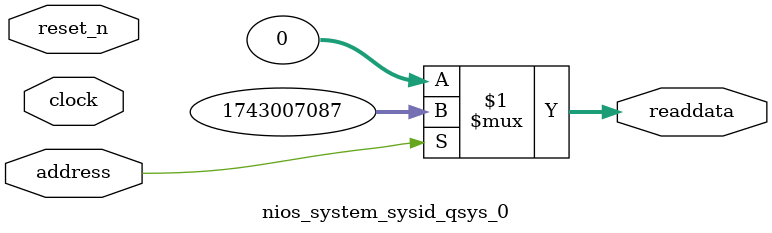
<source format=v>



// synthesis translate_off
`timescale 1ns / 1ps
// synthesis translate_on

// turn off superfluous verilog processor warnings 
// altera message_level Level1 
// altera message_off 10034 10035 10036 10037 10230 10240 10030 

module nios_system_sysid_qsys_0 (
               // inputs:
                address,
                clock,
                reset_n,

               // outputs:
                readdata
             )
;

  output  [ 31: 0] readdata;
  input            address;
  input            clock;
  input            reset_n;

  wire    [ 31: 0] readdata;
  //control_slave, which is an e_avalon_slave
  assign readdata = address ? 1743007087 : 0;

endmodule



</source>
